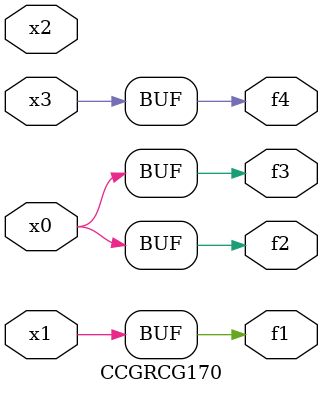
<source format=v>
module CCGRCG170(
	input x0, x1, x2, x3,
	output f1, f2, f3, f4
);
	assign f1 = x1;
	assign f2 = x0;
	assign f3 = x0;
	assign f4 = x3;
endmodule

</source>
